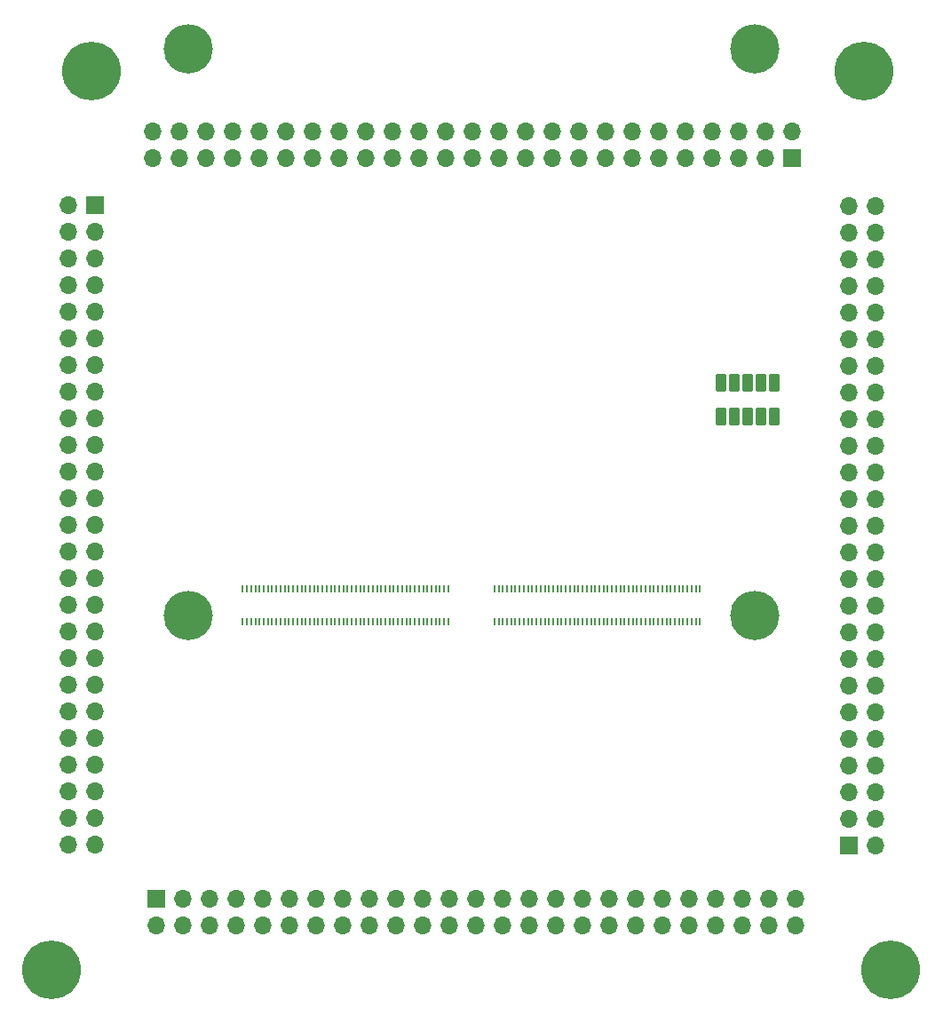
<source format=gbr>
%TF.GenerationSoftware,KiCad,Pcbnew,8.0.4*%
%TF.CreationDate,2024-07-26T01:58:30-07:00*%
%TF.ProjectId,PCBranch,50434272-616e-4636-982e-6b696361645f,rev?*%
%TF.SameCoordinates,Original*%
%TF.FileFunction,Soldermask,Top*%
%TF.FilePolarity,Negative*%
%FSLAX46Y46*%
G04 Gerber Fmt 4.6, Leading zero omitted, Abs format (unit mm)*
G04 Created by KiCad (PCBNEW 8.0.4) date 2024-07-26 01:58:30*
%MOMM*%
%LPD*%
G01*
G04 APERTURE LIST*
G04 Aperture macros list*
%AMRoundRect*
0 Rectangle with rounded corners*
0 $1 Rounding radius*
0 $2 $3 $4 $5 $6 $7 $8 $9 X,Y pos of 4 corners*
0 Add a 4 corners polygon primitive as box body*
4,1,4,$2,$3,$4,$5,$6,$7,$8,$9,$2,$3,0*
0 Add four circle primitives for the rounded corners*
1,1,$1+$1,$2,$3*
1,1,$1+$1,$4,$5*
1,1,$1+$1,$6,$7*
1,1,$1+$1,$8,$9*
0 Add four rect primitives between the rounded corners*
20,1,$1+$1,$2,$3,$4,$5,0*
20,1,$1+$1,$4,$5,$6,$7,0*
20,1,$1+$1,$6,$7,$8,$9,0*
20,1,$1+$1,$8,$9,$2,$3,0*%
G04 Aperture macros list end*
%ADD10C,5.600000*%
%ADD11R,0.200000X0.700000*%
%ADD12C,4.700000*%
%ADD13RoundRect,0.102000X-0.370000X-0.735000X0.370000X-0.735000X0.370000X0.735000X-0.370000X0.735000X0*%
%ADD14R,1.700000X1.700000*%
%ADD15O,1.700000X1.700000*%
G04 APERTURE END LIST*
D10*
%TO.C,H5*%
X8890000Y-5080000D03*
%TD*%
%TO.C,H7*%
X85090000Y-90810000D03*
%TD*%
D11*
%TO.C,J2*%
X42885000Y-54460000D03*
X42885000Y-57540000D03*
X42485000Y-54460000D03*
X42485000Y-57540000D03*
X42085000Y-54460000D03*
X42085000Y-57540000D03*
X41685000Y-54460000D03*
X41685000Y-57540000D03*
X41285000Y-54460000D03*
X41285000Y-57540000D03*
X40885000Y-54460000D03*
X40885000Y-57540000D03*
X40485000Y-54460000D03*
X40485000Y-57540000D03*
X40085000Y-54460000D03*
X40085000Y-57540000D03*
X39685000Y-54460000D03*
X39685000Y-57540000D03*
X39285000Y-54460000D03*
X39285000Y-57540000D03*
X38885000Y-54460000D03*
X38885000Y-57540000D03*
X38485000Y-54460000D03*
X38485000Y-57540000D03*
X38085000Y-54460000D03*
X38085000Y-57540000D03*
X37685000Y-54460000D03*
X37685000Y-57540000D03*
X37285000Y-54460000D03*
X37285000Y-57540000D03*
X36885000Y-54460000D03*
X36885000Y-57540000D03*
X36485000Y-54460000D03*
X36485000Y-57540000D03*
X36085000Y-54460000D03*
X36085000Y-57540000D03*
X35685000Y-54460000D03*
X35685000Y-57540000D03*
X35285000Y-54460000D03*
X35285000Y-57540000D03*
X34885000Y-54460000D03*
X34885000Y-57540000D03*
X34485000Y-54460000D03*
X34485000Y-57540000D03*
X34085000Y-54460000D03*
X34085000Y-57540000D03*
X33685000Y-54460000D03*
X33685000Y-57540000D03*
X33285000Y-54460000D03*
X33285000Y-57540000D03*
X32885000Y-54460000D03*
X32885000Y-57540000D03*
X32485000Y-54460000D03*
X32485000Y-57540000D03*
X32085000Y-54460000D03*
X32085000Y-57540000D03*
X31685000Y-54460000D03*
X31685000Y-57540000D03*
X31285000Y-54460000D03*
X31285000Y-57540000D03*
X30885000Y-54460000D03*
X30885000Y-57540000D03*
X30485000Y-54460000D03*
X30485000Y-57540000D03*
X30085000Y-54460000D03*
X30085000Y-57540000D03*
X29685000Y-54460000D03*
X29685000Y-57540000D03*
X29285000Y-54460000D03*
X29285000Y-57540000D03*
X28885000Y-54460000D03*
X28885000Y-57540000D03*
X28485000Y-54460000D03*
X28485000Y-57540000D03*
X28085000Y-54460000D03*
X28085000Y-57540000D03*
X27685000Y-54460000D03*
X27685000Y-57540000D03*
X27285000Y-54460000D03*
X27285000Y-57540000D03*
X26885000Y-54460000D03*
X26885000Y-57540000D03*
X26485000Y-54460000D03*
X26485000Y-57540000D03*
X26085000Y-54460000D03*
X26085000Y-57540000D03*
X25685000Y-54460000D03*
X25685000Y-57540000D03*
X25285000Y-54460000D03*
X25285000Y-57540000D03*
X24885000Y-54460000D03*
X24885000Y-57540000D03*
X24485000Y-54460000D03*
X24485000Y-57540000D03*
X24085000Y-54460000D03*
X24085000Y-57540000D03*
X23685000Y-54460000D03*
X23685000Y-57540000D03*
X23285000Y-54460000D03*
X23285000Y-57540000D03*
%TD*%
D12*
%TO.C,H3*%
X72085000Y-57000000D03*
%TD*%
D10*
%TO.C,H8*%
X5080000Y-90810000D03*
%TD*%
D12*
%TO.C,H2*%
X72085000Y-3000000D03*
%TD*%
%TO.C,H4*%
X18085000Y-57000000D03*
%TD*%
D11*
%TO.C,J3*%
X66885000Y-54460000D03*
X66885000Y-57540000D03*
X66485000Y-54460000D03*
X66485000Y-57540000D03*
X66085000Y-54460000D03*
X66085000Y-57540000D03*
X65685000Y-54460000D03*
X65685000Y-57540000D03*
X65285000Y-54460000D03*
X65285000Y-57540000D03*
X64885000Y-54460000D03*
X64885000Y-57540000D03*
X64485000Y-54460000D03*
X64485000Y-57540000D03*
X64085000Y-54460000D03*
X64085000Y-57540000D03*
X63685000Y-54460000D03*
X63685000Y-57540000D03*
X63285000Y-54460000D03*
X63285000Y-57540000D03*
X62885000Y-54460000D03*
X62885000Y-57540000D03*
X62485000Y-54460000D03*
X62485000Y-57540000D03*
X62085000Y-54460000D03*
X62085000Y-57540000D03*
X61685000Y-54460000D03*
X61685000Y-57540000D03*
X61285000Y-54460000D03*
X61285000Y-57540000D03*
X60885000Y-54460000D03*
X60885000Y-57540000D03*
X60485000Y-54460000D03*
X60485000Y-57540000D03*
X60085000Y-54460000D03*
X60085000Y-57540000D03*
X59685000Y-54460000D03*
X59685000Y-57540000D03*
X59285000Y-54460000D03*
X59285000Y-57540000D03*
X58885000Y-54460000D03*
X58885000Y-57540000D03*
X58485000Y-54460000D03*
X58485000Y-57540000D03*
X58085000Y-54460000D03*
X58085000Y-57540000D03*
X57685000Y-54460000D03*
X57685000Y-57540000D03*
X57285000Y-54460000D03*
X57285000Y-57540000D03*
X56885000Y-54460000D03*
X56885000Y-57540000D03*
X56485000Y-54460000D03*
X56485000Y-57540000D03*
X56085000Y-54460000D03*
X56085000Y-57540000D03*
X55685000Y-54460000D03*
X55685000Y-57540000D03*
X55285000Y-54460000D03*
X55285000Y-57540000D03*
X54885000Y-54460000D03*
X54885000Y-57540000D03*
X54485000Y-54460000D03*
X54485000Y-57540000D03*
X54085000Y-54460000D03*
X54085000Y-57540000D03*
X53685000Y-54460000D03*
X53685000Y-57540000D03*
X53285000Y-54460000D03*
X53285000Y-57540000D03*
X52885000Y-54460000D03*
X52885000Y-57540000D03*
X52485000Y-54460000D03*
X52485000Y-57540000D03*
X52085000Y-54460000D03*
X52085000Y-57540000D03*
X51685000Y-54460000D03*
X51685000Y-57540000D03*
X51285000Y-54460000D03*
X51285000Y-57540000D03*
X50885000Y-54460000D03*
X50885000Y-57540000D03*
X50485000Y-54460000D03*
X50485000Y-57540000D03*
X50085000Y-54460000D03*
X50085000Y-57540000D03*
X49685000Y-54460000D03*
X49685000Y-57540000D03*
X49285000Y-54460000D03*
X49285000Y-57540000D03*
X48885000Y-54460000D03*
X48885000Y-57540000D03*
X48485000Y-54460000D03*
X48485000Y-57540000D03*
X48085000Y-54460000D03*
X48085000Y-57540000D03*
X47685000Y-54460000D03*
X47685000Y-57540000D03*
X47285000Y-54460000D03*
X47285000Y-57540000D03*
%TD*%
D10*
%TO.C,H6*%
X82550000Y-5080000D03*
%TD*%
D12*
%TO.C,H1*%
X18085000Y-3000000D03*
%TD*%
D13*
%TO.C,J1*%
X73995000Y-38047000D03*
X73995000Y-34817000D03*
X72725000Y-38047000D03*
X72725000Y-34817000D03*
X71455000Y-38047000D03*
X71455000Y-34817000D03*
X70185000Y-38047000D03*
X70185000Y-34817000D03*
X68915000Y-38047000D03*
X68915000Y-34817000D03*
%TD*%
D14*
%TO.C,J5*%
X75660000Y-13380000D03*
D15*
X75660000Y-10840000D03*
X73120000Y-13380000D03*
X73120000Y-10840000D03*
X70580000Y-13380000D03*
X70580000Y-10840000D03*
X68040000Y-13380000D03*
X68040000Y-10840000D03*
X65500000Y-13380000D03*
X65500000Y-10840000D03*
X62960000Y-13380000D03*
X62960000Y-10840000D03*
X60420000Y-13380000D03*
X60420000Y-10840000D03*
X57880000Y-13380000D03*
X57880000Y-10840000D03*
X55340000Y-13380000D03*
X55340000Y-10840000D03*
X52800000Y-13380000D03*
X52800000Y-10840000D03*
X50260000Y-13380000D03*
X50260000Y-10840000D03*
X47720000Y-13380000D03*
X47720000Y-10840000D03*
X45180000Y-13380000D03*
X45180000Y-10840000D03*
X42640000Y-13380000D03*
X42640000Y-10840000D03*
X40100000Y-13380000D03*
X40100000Y-10840000D03*
X37560000Y-13380000D03*
X37560000Y-10840000D03*
X35020000Y-13380000D03*
X35020000Y-10840000D03*
X32480000Y-13380000D03*
X32480000Y-10840000D03*
X29940000Y-13380000D03*
X29940000Y-10840000D03*
X27400000Y-13380000D03*
X27400000Y-10840000D03*
X24860000Y-13380000D03*
X24860000Y-10840000D03*
X22320000Y-13380000D03*
X22320000Y-10840000D03*
X19780000Y-13380000D03*
X19780000Y-10840000D03*
X17240000Y-13380000D03*
X17240000Y-10840000D03*
X14700000Y-13380000D03*
X14700000Y-10840000D03*
%TD*%
D14*
%TO.C,J4*%
X9180000Y-17840000D03*
D15*
X6640000Y-17840000D03*
X9180000Y-20380000D03*
X6640000Y-20380000D03*
X9180000Y-22920000D03*
X6640000Y-22920000D03*
X9180000Y-25460000D03*
X6640000Y-25460000D03*
X9180000Y-28000000D03*
X6640000Y-28000000D03*
X9180000Y-30540000D03*
X6640000Y-30540000D03*
X9180000Y-33080000D03*
X6640000Y-33080000D03*
X9180000Y-35620000D03*
X6640000Y-35620000D03*
X9180000Y-38160000D03*
X6640000Y-38160000D03*
X9180000Y-40700000D03*
X6640000Y-40700000D03*
X9180000Y-43240000D03*
X6640000Y-43240000D03*
X9180000Y-45780000D03*
X6640000Y-45780000D03*
X9180000Y-48320000D03*
X6640000Y-48320000D03*
X9180000Y-50860000D03*
X6640000Y-50860000D03*
X9180000Y-53400000D03*
X6640000Y-53400000D03*
X9180000Y-55940000D03*
X6640000Y-55940000D03*
X9180000Y-58480000D03*
X6640000Y-58480000D03*
X9180000Y-61020000D03*
X6640000Y-61020000D03*
X9180000Y-63560000D03*
X6640000Y-63560000D03*
X9180000Y-66100000D03*
X6640000Y-66100000D03*
X9180000Y-68640000D03*
X6640000Y-68640000D03*
X9180000Y-71180000D03*
X6640000Y-71180000D03*
X9180000Y-73720000D03*
X6640000Y-73720000D03*
X9180000Y-76260000D03*
X6640000Y-76260000D03*
X9180000Y-78800000D03*
X6640000Y-78800000D03*
%TD*%
D14*
%TO.C,J6*%
X81060000Y-78920000D03*
D15*
X83600000Y-78920000D03*
X81060000Y-76380000D03*
X83600000Y-76380000D03*
X81060000Y-73840000D03*
X83600000Y-73840000D03*
X81060000Y-71300000D03*
X83600000Y-71300000D03*
X81060000Y-68760000D03*
X83600000Y-68760000D03*
X81060000Y-66220000D03*
X83600000Y-66220000D03*
X81060000Y-63680000D03*
X83600000Y-63680000D03*
X81060000Y-61140000D03*
X83600000Y-61140000D03*
X81060000Y-58600000D03*
X83600000Y-58600000D03*
X81060000Y-56060000D03*
X83600000Y-56060000D03*
X81060000Y-53520000D03*
X83600000Y-53520000D03*
X81060000Y-50980000D03*
X83600000Y-50980000D03*
X81060000Y-48440000D03*
X83600000Y-48440000D03*
X81060000Y-45900000D03*
X83600000Y-45900000D03*
X81060000Y-43360000D03*
X83600000Y-43360000D03*
X81060000Y-40820000D03*
X83600000Y-40820000D03*
X81060000Y-38280000D03*
X83600000Y-38280000D03*
X81060000Y-35740000D03*
X83600000Y-35740000D03*
X81060000Y-33200000D03*
X83600000Y-33200000D03*
X81060000Y-30660000D03*
X83600000Y-30660000D03*
X81060000Y-28120000D03*
X83600000Y-28120000D03*
X81060000Y-25580000D03*
X83600000Y-25580000D03*
X81060000Y-23040000D03*
X83600000Y-23040000D03*
X81060000Y-20500000D03*
X83600000Y-20500000D03*
X81060000Y-17960000D03*
X83600000Y-17960000D03*
%TD*%
D14*
%TO.C,J7*%
X15020000Y-84000000D03*
D15*
X15020000Y-86540000D03*
X17560000Y-84000000D03*
X17560000Y-86540000D03*
X20100000Y-84000000D03*
X20100000Y-86540000D03*
X22640000Y-84000000D03*
X22640000Y-86540000D03*
X25180000Y-84000000D03*
X25180000Y-86540000D03*
X27720000Y-84000000D03*
X27720000Y-86540000D03*
X30260000Y-84000000D03*
X30260000Y-86540000D03*
X32800000Y-84000000D03*
X32800000Y-86540000D03*
X35340000Y-84000000D03*
X35340000Y-86540000D03*
X37880000Y-84000000D03*
X37880000Y-86540000D03*
X40420000Y-84000000D03*
X40420000Y-86540000D03*
X42960000Y-84000000D03*
X42960000Y-86540000D03*
X45500000Y-84000000D03*
X45500000Y-86540000D03*
X48040000Y-84000000D03*
X48040000Y-86540000D03*
X50580000Y-84000000D03*
X50580000Y-86540000D03*
X53120000Y-84000000D03*
X53120000Y-86540000D03*
X55660000Y-84000000D03*
X55660000Y-86540000D03*
X58200000Y-84000000D03*
X58200000Y-86540000D03*
X60740000Y-84000000D03*
X60740000Y-86540000D03*
X63280000Y-84000000D03*
X63280000Y-86540000D03*
X65820000Y-84000000D03*
X65820000Y-86540000D03*
X68360000Y-84000000D03*
X68360000Y-86540000D03*
X70900000Y-84000000D03*
X70900000Y-86540000D03*
X73440000Y-84000000D03*
X73440000Y-86540000D03*
X75980000Y-84000000D03*
X75980000Y-86540000D03*
%TD*%
M02*

</source>
